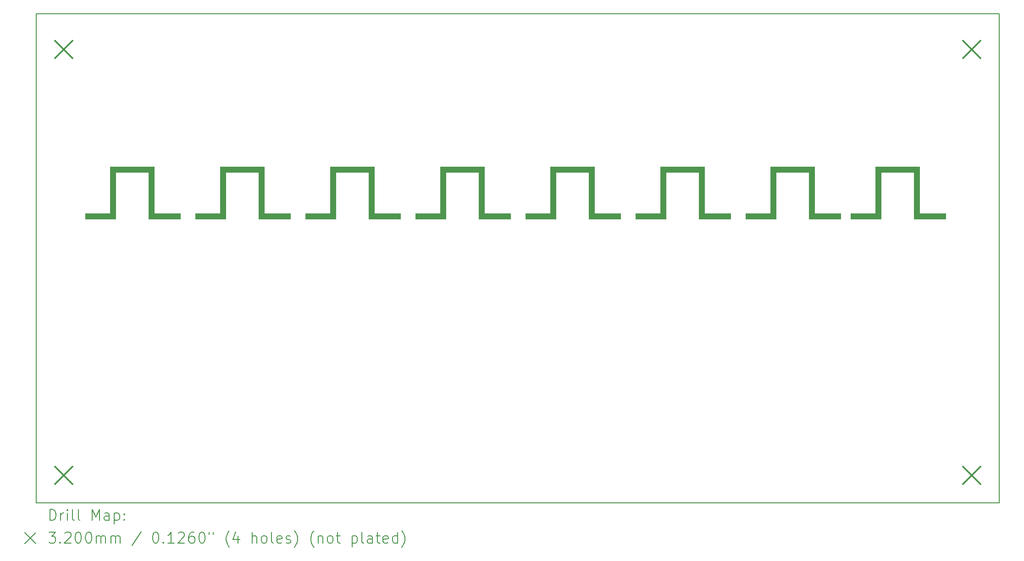
<source format=gbr>
%TF.GenerationSoftware,KiCad,Pcbnew,8.0.5*%
%TF.CreationDate,2024-09-24T14:12:54-04:00*%
%TF.ProjectId,MPD V1,4d504420-5631-42e6-9b69-6361645f7063,rev?*%
%TF.SameCoordinates,Original*%
%TF.FileFunction,Drillmap*%
%TF.FilePolarity,Positive*%
%FSLAX45Y45*%
G04 Gerber Fmt 4.5, Leading zero omitted, Abs format (unit mm)*
G04 Created by KiCad (PCBNEW 8.0.5) date 2024-09-24 14:12:54*
%MOMM*%
%LPD*%
G01*
G04 APERTURE LIST*
%ADD10C,0.200000*%
%ADD11C,0.100000*%
%ADD12C,0.320000*%
G04 APERTURE END LIST*
D10*
X4572000Y-3911600D02*
X22352000Y-3911600D01*
X22352000Y-12954000D01*
X4572000Y-12954000D01*
X4572000Y-3911600D01*
D11*
X12842800Y-7606445D02*
X13325400Y-7606445D01*
X13325400Y-7708045D01*
X12741200Y-7708045D01*
X12741200Y-6844445D01*
X12131600Y-6844445D01*
X12131600Y-7708045D01*
X11572800Y-7708045D01*
X11572800Y-7606445D01*
X12030000Y-7606445D01*
X12030000Y-6742845D01*
X12842800Y-6742845D01*
X12842800Y-7606445D01*
G36*
X12842800Y-7606445D02*
G01*
X13325400Y-7606445D01*
X13325400Y-7708045D01*
X12741200Y-7708045D01*
X12741200Y-6844445D01*
X12131600Y-6844445D01*
X12131600Y-7708045D01*
X11572800Y-7708045D01*
X11572800Y-7606445D01*
X12030000Y-7606445D01*
X12030000Y-6742845D01*
X12842800Y-6742845D01*
X12842800Y-7606445D01*
G37*
X6746800Y-7606445D02*
X7229400Y-7606445D01*
X7229400Y-7708045D01*
X6645200Y-7708045D01*
X6645200Y-6844445D01*
X6035600Y-6844445D01*
X6035600Y-7708045D01*
X5476800Y-7708045D01*
X5476800Y-7606445D01*
X5934000Y-7606445D01*
X5934000Y-6742845D01*
X6746800Y-6742845D01*
X6746800Y-7606445D01*
G36*
X6746800Y-7606445D02*
G01*
X7229400Y-7606445D01*
X7229400Y-7708045D01*
X6645200Y-7708045D01*
X6645200Y-6844445D01*
X6035600Y-6844445D01*
X6035600Y-7708045D01*
X5476800Y-7708045D01*
X5476800Y-7606445D01*
X5934000Y-7606445D01*
X5934000Y-6742845D01*
X6746800Y-6742845D01*
X6746800Y-7606445D01*
G37*
X20878800Y-7606445D02*
X21361400Y-7606445D01*
X21361400Y-7708045D01*
X20777200Y-7708045D01*
X20777200Y-6844445D01*
X20167600Y-6844445D01*
X20167600Y-7708045D01*
X19608800Y-7708045D01*
X19608800Y-7606445D01*
X20066000Y-7606445D01*
X20066000Y-6742845D01*
X20878800Y-6742845D01*
X20878800Y-7606445D01*
G36*
X20878800Y-7606445D02*
G01*
X21361400Y-7606445D01*
X21361400Y-7708045D01*
X20777200Y-7708045D01*
X20777200Y-6844445D01*
X20167600Y-6844445D01*
X20167600Y-7708045D01*
X19608800Y-7708045D01*
X19608800Y-7606445D01*
X20066000Y-7606445D01*
X20066000Y-6742845D01*
X20878800Y-6742845D01*
X20878800Y-7606445D01*
G37*
X16906800Y-7606445D02*
X17389400Y-7606445D01*
X17389400Y-7708045D01*
X16805200Y-7708045D01*
X16805200Y-6844445D01*
X16195600Y-6844445D01*
X16195600Y-7708045D01*
X15636800Y-7708045D01*
X15636800Y-7606445D01*
X16094000Y-7606445D01*
X16094000Y-6742845D01*
X16906800Y-6742845D01*
X16906800Y-7606445D01*
G36*
X16906800Y-7606445D02*
G01*
X17389400Y-7606445D01*
X17389400Y-7708045D01*
X16805200Y-7708045D01*
X16805200Y-6844445D01*
X16195600Y-6844445D01*
X16195600Y-7708045D01*
X15636800Y-7708045D01*
X15636800Y-7606445D01*
X16094000Y-7606445D01*
X16094000Y-6742845D01*
X16906800Y-6742845D01*
X16906800Y-7606445D01*
G37*
X14874800Y-7606445D02*
X15357400Y-7606445D01*
X15357400Y-7708045D01*
X14773200Y-7708045D01*
X14773200Y-6844445D01*
X14163600Y-6844445D01*
X14163600Y-7708045D01*
X13604800Y-7708045D01*
X13604800Y-7606445D01*
X14062000Y-7606445D01*
X14062000Y-6742845D01*
X14874800Y-6742845D01*
X14874800Y-7606445D01*
G36*
X14874800Y-7606445D02*
G01*
X15357400Y-7606445D01*
X15357400Y-7708045D01*
X14773200Y-7708045D01*
X14773200Y-6844445D01*
X14163600Y-6844445D01*
X14163600Y-7708045D01*
X13604800Y-7708045D01*
X13604800Y-7606445D01*
X14062000Y-7606445D01*
X14062000Y-6742845D01*
X14874800Y-6742845D01*
X14874800Y-7606445D01*
G37*
X18938800Y-7606445D02*
X19421400Y-7606445D01*
X19421400Y-7708045D01*
X18837200Y-7708045D01*
X18837200Y-6844445D01*
X18227600Y-6844445D01*
X18227600Y-7708045D01*
X17668800Y-7708045D01*
X17668800Y-7606445D01*
X18126000Y-7606445D01*
X18126000Y-6742845D01*
X18938800Y-6742845D01*
X18938800Y-7606445D01*
G36*
X18938800Y-7606445D02*
G01*
X19421400Y-7606445D01*
X19421400Y-7708045D01*
X18837200Y-7708045D01*
X18837200Y-6844445D01*
X18227600Y-6844445D01*
X18227600Y-7708045D01*
X17668800Y-7708045D01*
X17668800Y-7606445D01*
X18126000Y-7606445D01*
X18126000Y-6742845D01*
X18938800Y-6742845D01*
X18938800Y-7606445D01*
G37*
X8778800Y-7606445D02*
X9261400Y-7606445D01*
X9261400Y-7708045D01*
X8677200Y-7708045D01*
X8677200Y-6844445D01*
X8067600Y-6844445D01*
X8067600Y-7708045D01*
X7508800Y-7708045D01*
X7508800Y-7606445D01*
X7966000Y-7606445D01*
X7966000Y-6742845D01*
X8778800Y-6742845D01*
X8778800Y-7606445D01*
G36*
X8778800Y-7606445D02*
G01*
X9261400Y-7606445D01*
X9261400Y-7708045D01*
X8677200Y-7708045D01*
X8677200Y-6844445D01*
X8067600Y-6844445D01*
X8067600Y-7708045D01*
X7508800Y-7708045D01*
X7508800Y-7606445D01*
X7966000Y-7606445D01*
X7966000Y-6742845D01*
X8778800Y-6742845D01*
X8778800Y-7606445D01*
G37*
X10810800Y-7606445D02*
X11293400Y-7606445D01*
X11293400Y-7708045D01*
X10709200Y-7708045D01*
X10709200Y-6844445D01*
X10099600Y-6844445D01*
X10099600Y-7708045D01*
X9540800Y-7708045D01*
X9540800Y-7606445D01*
X9998000Y-7606445D01*
X9998000Y-6742845D01*
X10810800Y-6742845D01*
X10810800Y-7606445D01*
G36*
X10810800Y-7606445D02*
G01*
X11293400Y-7606445D01*
X11293400Y-7708045D01*
X10709200Y-7708045D01*
X10709200Y-6844445D01*
X10099600Y-6844445D01*
X10099600Y-7708045D01*
X9540800Y-7708045D01*
X9540800Y-7606445D01*
X9998000Y-7606445D01*
X9998000Y-6742845D01*
X10810800Y-6742845D01*
X10810800Y-7606445D01*
G37*
D10*
D12*
X4920000Y-4412000D02*
X5240000Y-4732000D01*
X5240000Y-4412000D02*
X4920000Y-4732000D01*
X4920000Y-12286000D02*
X5240000Y-12606000D01*
X5240000Y-12286000D02*
X4920000Y-12606000D01*
X21684000Y-4412000D02*
X22004000Y-4732000D01*
X22004000Y-4412000D02*
X21684000Y-4732000D01*
X21684000Y-12286000D02*
X22004000Y-12606000D01*
X22004000Y-12286000D02*
X21684000Y-12606000D01*
D10*
X4822777Y-13275484D02*
X4822777Y-13075484D01*
X4822777Y-13075484D02*
X4870396Y-13075484D01*
X4870396Y-13075484D02*
X4898967Y-13085008D01*
X4898967Y-13085008D02*
X4918015Y-13104055D01*
X4918015Y-13104055D02*
X4927539Y-13123103D01*
X4927539Y-13123103D02*
X4937063Y-13161198D01*
X4937063Y-13161198D02*
X4937063Y-13189769D01*
X4937063Y-13189769D02*
X4927539Y-13227865D01*
X4927539Y-13227865D02*
X4918015Y-13246912D01*
X4918015Y-13246912D02*
X4898967Y-13265960D01*
X4898967Y-13265960D02*
X4870396Y-13275484D01*
X4870396Y-13275484D02*
X4822777Y-13275484D01*
X5022777Y-13275484D02*
X5022777Y-13142150D01*
X5022777Y-13180246D02*
X5032301Y-13161198D01*
X5032301Y-13161198D02*
X5041824Y-13151674D01*
X5041824Y-13151674D02*
X5060872Y-13142150D01*
X5060872Y-13142150D02*
X5079920Y-13142150D01*
X5146586Y-13275484D02*
X5146586Y-13142150D01*
X5146586Y-13075484D02*
X5137063Y-13085008D01*
X5137063Y-13085008D02*
X5146586Y-13094531D01*
X5146586Y-13094531D02*
X5156110Y-13085008D01*
X5156110Y-13085008D02*
X5146586Y-13075484D01*
X5146586Y-13075484D02*
X5146586Y-13094531D01*
X5270396Y-13275484D02*
X5251348Y-13265960D01*
X5251348Y-13265960D02*
X5241824Y-13246912D01*
X5241824Y-13246912D02*
X5241824Y-13075484D01*
X5375158Y-13275484D02*
X5356110Y-13265960D01*
X5356110Y-13265960D02*
X5346586Y-13246912D01*
X5346586Y-13246912D02*
X5346586Y-13075484D01*
X5603729Y-13275484D02*
X5603729Y-13075484D01*
X5603729Y-13075484D02*
X5670396Y-13218341D01*
X5670396Y-13218341D02*
X5737062Y-13075484D01*
X5737062Y-13075484D02*
X5737062Y-13275484D01*
X5918015Y-13275484D02*
X5918015Y-13170722D01*
X5918015Y-13170722D02*
X5908491Y-13151674D01*
X5908491Y-13151674D02*
X5889443Y-13142150D01*
X5889443Y-13142150D02*
X5851348Y-13142150D01*
X5851348Y-13142150D02*
X5832301Y-13151674D01*
X5918015Y-13265960D02*
X5898967Y-13275484D01*
X5898967Y-13275484D02*
X5851348Y-13275484D01*
X5851348Y-13275484D02*
X5832301Y-13265960D01*
X5832301Y-13265960D02*
X5822777Y-13246912D01*
X5822777Y-13246912D02*
X5822777Y-13227865D01*
X5822777Y-13227865D02*
X5832301Y-13208817D01*
X5832301Y-13208817D02*
X5851348Y-13199293D01*
X5851348Y-13199293D02*
X5898967Y-13199293D01*
X5898967Y-13199293D02*
X5918015Y-13189769D01*
X6013253Y-13142150D02*
X6013253Y-13342150D01*
X6013253Y-13151674D02*
X6032301Y-13142150D01*
X6032301Y-13142150D02*
X6070396Y-13142150D01*
X6070396Y-13142150D02*
X6089443Y-13151674D01*
X6089443Y-13151674D02*
X6098967Y-13161198D01*
X6098967Y-13161198D02*
X6108491Y-13180246D01*
X6108491Y-13180246D02*
X6108491Y-13237388D01*
X6108491Y-13237388D02*
X6098967Y-13256436D01*
X6098967Y-13256436D02*
X6089443Y-13265960D01*
X6089443Y-13265960D02*
X6070396Y-13275484D01*
X6070396Y-13275484D02*
X6032301Y-13275484D01*
X6032301Y-13275484D02*
X6013253Y-13265960D01*
X6194205Y-13256436D02*
X6203729Y-13265960D01*
X6203729Y-13265960D02*
X6194205Y-13275484D01*
X6194205Y-13275484D02*
X6184682Y-13265960D01*
X6184682Y-13265960D02*
X6194205Y-13256436D01*
X6194205Y-13256436D02*
X6194205Y-13275484D01*
X6194205Y-13151674D02*
X6203729Y-13161198D01*
X6203729Y-13161198D02*
X6194205Y-13170722D01*
X6194205Y-13170722D02*
X6184682Y-13161198D01*
X6184682Y-13161198D02*
X6194205Y-13151674D01*
X6194205Y-13151674D02*
X6194205Y-13170722D01*
X4362000Y-13504000D02*
X4562000Y-13704000D01*
X4562000Y-13504000D02*
X4362000Y-13704000D01*
X4803729Y-13495484D02*
X4927539Y-13495484D01*
X4927539Y-13495484D02*
X4860872Y-13571674D01*
X4860872Y-13571674D02*
X4889444Y-13571674D01*
X4889444Y-13571674D02*
X4908491Y-13581198D01*
X4908491Y-13581198D02*
X4918015Y-13590722D01*
X4918015Y-13590722D02*
X4927539Y-13609769D01*
X4927539Y-13609769D02*
X4927539Y-13657388D01*
X4927539Y-13657388D02*
X4918015Y-13676436D01*
X4918015Y-13676436D02*
X4908491Y-13685960D01*
X4908491Y-13685960D02*
X4889444Y-13695484D01*
X4889444Y-13695484D02*
X4832301Y-13695484D01*
X4832301Y-13695484D02*
X4813253Y-13685960D01*
X4813253Y-13685960D02*
X4803729Y-13676436D01*
X5013253Y-13676436D02*
X5022777Y-13685960D01*
X5022777Y-13685960D02*
X5013253Y-13695484D01*
X5013253Y-13695484D02*
X5003729Y-13685960D01*
X5003729Y-13685960D02*
X5013253Y-13676436D01*
X5013253Y-13676436D02*
X5013253Y-13695484D01*
X5098967Y-13514531D02*
X5108491Y-13505008D01*
X5108491Y-13505008D02*
X5127539Y-13495484D01*
X5127539Y-13495484D02*
X5175158Y-13495484D01*
X5175158Y-13495484D02*
X5194205Y-13505008D01*
X5194205Y-13505008D02*
X5203729Y-13514531D01*
X5203729Y-13514531D02*
X5213253Y-13533579D01*
X5213253Y-13533579D02*
X5213253Y-13552627D01*
X5213253Y-13552627D02*
X5203729Y-13581198D01*
X5203729Y-13581198D02*
X5089444Y-13695484D01*
X5089444Y-13695484D02*
X5213253Y-13695484D01*
X5337063Y-13495484D02*
X5356110Y-13495484D01*
X5356110Y-13495484D02*
X5375158Y-13505008D01*
X5375158Y-13505008D02*
X5384682Y-13514531D01*
X5384682Y-13514531D02*
X5394205Y-13533579D01*
X5394205Y-13533579D02*
X5403729Y-13571674D01*
X5403729Y-13571674D02*
X5403729Y-13619293D01*
X5403729Y-13619293D02*
X5394205Y-13657388D01*
X5394205Y-13657388D02*
X5384682Y-13676436D01*
X5384682Y-13676436D02*
X5375158Y-13685960D01*
X5375158Y-13685960D02*
X5356110Y-13695484D01*
X5356110Y-13695484D02*
X5337063Y-13695484D01*
X5337063Y-13695484D02*
X5318015Y-13685960D01*
X5318015Y-13685960D02*
X5308491Y-13676436D01*
X5308491Y-13676436D02*
X5298967Y-13657388D01*
X5298967Y-13657388D02*
X5289444Y-13619293D01*
X5289444Y-13619293D02*
X5289444Y-13571674D01*
X5289444Y-13571674D02*
X5298967Y-13533579D01*
X5298967Y-13533579D02*
X5308491Y-13514531D01*
X5308491Y-13514531D02*
X5318015Y-13505008D01*
X5318015Y-13505008D02*
X5337063Y-13495484D01*
X5527539Y-13495484D02*
X5546586Y-13495484D01*
X5546586Y-13495484D02*
X5565634Y-13505008D01*
X5565634Y-13505008D02*
X5575158Y-13514531D01*
X5575158Y-13514531D02*
X5584682Y-13533579D01*
X5584682Y-13533579D02*
X5594205Y-13571674D01*
X5594205Y-13571674D02*
X5594205Y-13619293D01*
X5594205Y-13619293D02*
X5584682Y-13657388D01*
X5584682Y-13657388D02*
X5575158Y-13676436D01*
X5575158Y-13676436D02*
X5565634Y-13685960D01*
X5565634Y-13685960D02*
X5546586Y-13695484D01*
X5546586Y-13695484D02*
X5527539Y-13695484D01*
X5527539Y-13695484D02*
X5508491Y-13685960D01*
X5508491Y-13685960D02*
X5498967Y-13676436D01*
X5498967Y-13676436D02*
X5489444Y-13657388D01*
X5489444Y-13657388D02*
X5479920Y-13619293D01*
X5479920Y-13619293D02*
X5479920Y-13571674D01*
X5479920Y-13571674D02*
X5489444Y-13533579D01*
X5489444Y-13533579D02*
X5498967Y-13514531D01*
X5498967Y-13514531D02*
X5508491Y-13505008D01*
X5508491Y-13505008D02*
X5527539Y-13495484D01*
X5679920Y-13695484D02*
X5679920Y-13562150D01*
X5679920Y-13581198D02*
X5689443Y-13571674D01*
X5689443Y-13571674D02*
X5708491Y-13562150D01*
X5708491Y-13562150D02*
X5737063Y-13562150D01*
X5737063Y-13562150D02*
X5756110Y-13571674D01*
X5756110Y-13571674D02*
X5765634Y-13590722D01*
X5765634Y-13590722D02*
X5765634Y-13695484D01*
X5765634Y-13590722D02*
X5775158Y-13571674D01*
X5775158Y-13571674D02*
X5794205Y-13562150D01*
X5794205Y-13562150D02*
X5822777Y-13562150D01*
X5822777Y-13562150D02*
X5841824Y-13571674D01*
X5841824Y-13571674D02*
X5851348Y-13590722D01*
X5851348Y-13590722D02*
X5851348Y-13695484D01*
X5946586Y-13695484D02*
X5946586Y-13562150D01*
X5946586Y-13581198D02*
X5956110Y-13571674D01*
X5956110Y-13571674D02*
X5975158Y-13562150D01*
X5975158Y-13562150D02*
X6003729Y-13562150D01*
X6003729Y-13562150D02*
X6022777Y-13571674D01*
X6022777Y-13571674D02*
X6032301Y-13590722D01*
X6032301Y-13590722D02*
X6032301Y-13695484D01*
X6032301Y-13590722D02*
X6041824Y-13571674D01*
X6041824Y-13571674D02*
X6060872Y-13562150D01*
X6060872Y-13562150D02*
X6089443Y-13562150D01*
X6089443Y-13562150D02*
X6108491Y-13571674D01*
X6108491Y-13571674D02*
X6118015Y-13590722D01*
X6118015Y-13590722D02*
X6118015Y-13695484D01*
X6508491Y-13485960D02*
X6337063Y-13743103D01*
X6765634Y-13495484D02*
X6784682Y-13495484D01*
X6784682Y-13495484D02*
X6803729Y-13505008D01*
X6803729Y-13505008D02*
X6813253Y-13514531D01*
X6813253Y-13514531D02*
X6822777Y-13533579D01*
X6822777Y-13533579D02*
X6832301Y-13571674D01*
X6832301Y-13571674D02*
X6832301Y-13619293D01*
X6832301Y-13619293D02*
X6822777Y-13657388D01*
X6822777Y-13657388D02*
X6813253Y-13676436D01*
X6813253Y-13676436D02*
X6803729Y-13685960D01*
X6803729Y-13685960D02*
X6784682Y-13695484D01*
X6784682Y-13695484D02*
X6765634Y-13695484D01*
X6765634Y-13695484D02*
X6746586Y-13685960D01*
X6746586Y-13685960D02*
X6737063Y-13676436D01*
X6737063Y-13676436D02*
X6727539Y-13657388D01*
X6727539Y-13657388D02*
X6718015Y-13619293D01*
X6718015Y-13619293D02*
X6718015Y-13571674D01*
X6718015Y-13571674D02*
X6727539Y-13533579D01*
X6727539Y-13533579D02*
X6737063Y-13514531D01*
X6737063Y-13514531D02*
X6746586Y-13505008D01*
X6746586Y-13505008D02*
X6765634Y-13495484D01*
X6918015Y-13676436D02*
X6927539Y-13685960D01*
X6927539Y-13685960D02*
X6918015Y-13695484D01*
X6918015Y-13695484D02*
X6908491Y-13685960D01*
X6908491Y-13685960D02*
X6918015Y-13676436D01*
X6918015Y-13676436D02*
X6918015Y-13695484D01*
X7118015Y-13695484D02*
X7003729Y-13695484D01*
X7060872Y-13695484D02*
X7060872Y-13495484D01*
X7060872Y-13495484D02*
X7041825Y-13524055D01*
X7041825Y-13524055D02*
X7022777Y-13543103D01*
X7022777Y-13543103D02*
X7003729Y-13552627D01*
X7194206Y-13514531D02*
X7203729Y-13505008D01*
X7203729Y-13505008D02*
X7222777Y-13495484D01*
X7222777Y-13495484D02*
X7270396Y-13495484D01*
X7270396Y-13495484D02*
X7289444Y-13505008D01*
X7289444Y-13505008D02*
X7298967Y-13514531D01*
X7298967Y-13514531D02*
X7308491Y-13533579D01*
X7308491Y-13533579D02*
X7308491Y-13552627D01*
X7308491Y-13552627D02*
X7298967Y-13581198D01*
X7298967Y-13581198D02*
X7184682Y-13695484D01*
X7184682Y-13695484D02*
X7308491Y-13695484D01*
X7479920Y-13495484D02*
X7441825Y-13495484D01*
X7441825Y-13495484D02*
X7422777Y-13505008D01*
X7422777Y-13505008D02*
X7413253Y-13514531D01*
X7413253Y-13514531D02*
X7394206Y-13543103D01*
X7394206Y-13543103D02*
X7384682Y-13581198D01*
X7384682Y-13581198D02*
X7384682Y-13657388D01*
X7384682Y-13657388D02*
X7394206Y-13676436D01*
X7394206Y-13676436D02*
X7403729Y-13685960D01*
X7403729Y-13685960D02*
X7422777Y-13695484D01*
X7422777Y-13695484D02*
X7460872Y-13695484D01*
X7460872Y-13695484D02*
X7479920Y-13685960D01*
X7479920Y-13685960D02*
X7489444Y-13676436D01*
X7489444Y-13676436D02*
X7498967Y-13657388D01*
X7498967Y-13657388D02*
X7498967Y-13609769D01*
X7498967Y-13609769D02*
X7489444Y-13590722D01*
X7489444Y-13590722D02*
X7479920Y-13581198D01*
X7479920Y-13581198D02*
X7460872Y-13571674D01*
X7460872Y-13571674D02*
X7422777Y-13571674D01*
X7422777Y-13571674D02*
X7403729Y-13581198D01*
X7403729Y-13581198D02*
X7394206Y-13590722D01*
X7394206Y-13590722D02*
X7384682Y-13609769D01*
X7622777Y-13495484D02*
X7641825Y-13495484D01*
X7641825Y-13495484D02*
X7660872Y-13505008D01*
X7660872Y-13505008D02*
X7670396Y-13514531D01*
X7670396Y-13514531D02*
X7679920Y-13533579D01*
X7679920Y-13533579D02*
X7689444Y-13571674D01*
X7689444Y-13571674D02*
X7689444Y-13619293D01*
X7689444Y-13619293D02*
X7679920Y-13657388D01*
X7679920Y-13657388D02*
X7670396Y-13676436D01*
X7670396Y-13676436D02*
X7660872Y-13685960D01*
X7660872Y-13685960D02*
X7641825Y-13695484D01*
X7641825Y-13695484D02*
X7622777Y-13695484D01*
X7622777Y-13695484D02*
X7603729Y-13685960D01*
X7603729Y-13685960D02*
X7594206Y-13676436D01*
X7594206Y-13676436D02*
X7584682Y-13657388D01*
X7584682Y-13657388D02*
X7575158Y-13619293D01*
X7575158Y-13619293D02*
X7575158Y-13571674D01*
X7575158Y-13571674D02*
X7584682Y-13533579D01*
X7584682Y-13533579D02*
X7594206Y-13514531D01*
X7594206Y-13514531D02*
X7603729Y-13505008D01*
X7603729Y-13505008D02*
X7622777Y-13495484D01*
X7765634Y-13495484D02*
X7765634Y-13533579D01*
X7841825Y-13495484D02*
X7841825Y-13533579D01*
X8137063Y-13771674D02*
X8127539Y-13762150D01*
X8127539Y-13762150D02*
X8108491Y-13733579D01*
X8108491Y-13733579D02*
X8098968Y-13714531D01*
X8098968Y-13714531D02*
X8089444Y-13685960D01*
X8089444Y-13685960D02*
X8079920Y-13638341D01*
X8079920Y-13638341D02*
X8079920Y-13600246D01*
X8079920Y-13600246D02*
X8089444Y-13552627D01*
X8089444Y-13552627D02*
X8098968Y-13524055D01*
X8098968Y-13524055D02*
X8108491Y-13505008D01*
X8108491Y-13505008D02*
X8127539Y-13476436D01*
X8127539Y-13476436D02*
X8137063Y-13466912D01*
X8298968Y-13562150D02*
X8298968Y-13695484D01*
X8251348Y-13485960D02*
X8203729Y-13628817D01*
X8203729Y-13628817D02*
X8327539Y-13628817D01*
X8556111Y-13695484D02*
X8556111Y-13495484D01*
X8641825Y-13695484D02*
X8641825Y-13590722D01*
X8641825Y-13590722D02*
X8632301Y-13571674D01*
X8632301Y-13571674D02*
X8613253Y-13562150D01*
X8613253Y-13562150D02*
X8584682Y-13562150D01*
X8584682Y-13562150D02*
X8565634Y-13571674D01*
X8565634Y-13571674D02*
X8556111Y-13581198D01*
X8765634Y-13695484D02*
X8746587Y-13685960D01*
X8746587Y-13685960D02*
X8737063Y-13676436D01*
X8737063Y-13676436D02*
X8727539Y-13657388D01*
X8727539Y-13657388D02*
X8727539Y-13600246D01*
X8727539Y-13600246D02*
X8737063Y-13581198D01*
X8737063Y-13581198D02*
X8746587Y-13571674D01*
X8746587Y-13571674D02*
X8765634Y-13562150D01*
X8765634Y-13562150D02*
X8794206Y-13562150D01*
X8794206Y-13562150D02*
X8813253Y-13571674D01*
X8813253Y-13571674D02*
X8822777Y-13581198D01*
X8822777Y-13581198D02*
X8832301Y-13600246D01*
X8832301Y-13600246D02*
X8832301Y-13657388D01*
X8832301Y-13657388D02*
X8822777Y-13676436D01*
X8822777Y-13676436D02*
X8813253Y-13685960D01*
X8813253Y-13685960D02*
X8794206Y-13695484D01*
X8794206Y-13695484D02*
X8765634Y-13695484D01*
X8946587Y-13695484D02*
X8927539Y-13685960D01*
X8927539Y-13685960D02*
X8918015Y-13666912D01*
X8918015Y-13666912D02*
X8918015Y-13495484D01*
X9098968Y-13685960D02*
X9079920Y-13695484D01*
X9079920Y-13695484D02*
X9041825Y-13695484D01*
X9041825Y-13695484D02*
X9022777Y-13685960D01*
X9022777Y-13685960D02*
X9013253Y-13666912D01*
X9013253Y-13666912D02*
X9013253Y-13590722D01*
X9013253Y-13590722D02*
X9022777Y-13571674D01*
X9022777Y-13571674D02*
X9041825Y-13562150D01*
X9041825Y-13562150D02*
X9079920Y-13562150D01*
X9079920Y-13562150D02*
X9098968Y-13571674D01*
X9098968Y-13571674D02*
X9108492Y-13590722D01*
X9108492Y-13590722D02*
X9108492Y-13609769D01*
X9108492Y-13609769D02*
X9013253Y-13628817D01*
X9184682Y-13685960D02*
X9203730Y-13695484D01*
X9203730Y-13695484D02*
X9241825Y-13695484D01*
X9241825Y-13695484D02*
X9260873Y-13685960D01*
X9260873Y-13685960D02*
X9270396Y-13666912D01*
X9270396Y-13666912D02*
X9270396Y-13657388D01*
X9270396Y-13657388D02*
X9260873Y-13638341D01*
X9260873Y-13638341D02*
X9241825Y-13628817D01*
X9241825Y-13628817D02*
X9213253Y-13628817D01*
X9213253Y-13628817D02*
X9194206Y-13619293D01*
X9194206Y-13619293D02*
X9184682Y-13600246D01*
X9184682Y-13600246D02*
X9184682Y-13590722D01*
X9184682Y-13590722D02*
X9194206Y-13571674D01*
X9194206Y-13571674D02*
X9213253Y-13562150D01*
X9213253Y-13562150D02*
X9241825Y-13562150D01*
X9241825Y-13562150D02*
X9260873Y-13571674D01*
X9337063Y-13771674D02*
X9346587Y-13762150D01*
X9346587Y-13762150D02*
X9365634Y-13733579D01*
X9365634Y-13733579D02*
X9375158Y-13714531D01*
X9375158Y-13714531D02*
X9384682Y-13685960D01*
X9384682Y-13685960D02*
X9394206Y-13638341D01*
X9394206Y-13638341D02*
X9394206Y-13600246D01*
X9394206Y-13600246D02*
X9384682Y-13552627D01*
X9384682Y-13552627D02*
X9375158Y-13524055D01*
X9375158Y-13524055D02*
X9365634Y-13505008D01*
X9365634Y-13505008D02*
X9346587Y-13476436D01*
X9346587Y-13476436D02*
X9337063Y-13466912D01*
X9698968Y-13771674D02*
X9689444Y-13762150D01*
X9689444Y-13762150D02*
X9670396Y-13733579D01*
X9670396Y-13733579D02*
X9660873Y-13714531D01*
X9660873Y-13714531D02*
X9651349Y-13685960D01*
X9651349Y-13685960D02*
X9641825Y-13638341D01*
X9641825Y-13638341D02*
X9641825Y-13600246D01*
X9641825Y-13600246D02*
X9651349Y-13552627D01*
X9651349Y-13552627D02*
X9660873Y-13524055D01*
X9660873Y-13524055D02*
X9670396Y-13505008D01*
X9670396Y-13505008D02*
X9689444Y-13476436D01*
X9689444Y-13476436D02*
X9698968Y-13466912D01*
X9775158Y-13562150D02*
X9775158Y-13695484D01*
X9775158Y-13581198D02*
X9784682Y-13571674D01*
X9784682Y-13571674D02*
X9803730Y-13562150D01*
X9803730Y-13562150D02*
X9832301Y-13562150D01*
X9832301Y-13562150D02*
X9851349Y-13571674D01*
X9851349Y-13571674D02*
X9860873Y-13590722D01*
X9860873Y-13590722D02*
X9860873Y-13695484D01*
X9984682Y-13695484D02*
X9965634Y-13685960D01*
X9965634Y-13685960D02*
X9956111Y-13676436D01*
X9956111Y-13676436D02*
X9946587Y-13657388D01*
X9946587Y-13657388D02*
X9946587Y-13600246D01*
X9946587Y-13600246D02*
X9956111Y-13581198D01*
X9956111Y-13581198D02*
X9965634Y-13571674D01*
X9965634Y-13571674D02*
X9984682Y-13562150D01*
X9984682Y-13562150D02*
X10013254Y-13562150D01*
X10013254Y-13562150D02*
X10032301Y-13571674D01*
X10032301Y-13571674D02*
X10041825Y-13581198D01*
X10041825Y-13581198D02*
X10051349Y-13600246D01*
X10051349Y-13600246D02*
X10051349Y-13657388D01*
X10051349Y-13657388D02*
X10041825Y-13676436D01*
X10041825Y-13676436D02*
X10032301Y-13685960D01*
X10032301Y-13685960D02*
X10013254Y-13695484D01*
X10013254Y-13695484D02*
X9984682Y-13695484D01*
X10108492Y-13562150D02*
X10184682Y-13562150D01*
X10137063Y-13495484D02*
X10137063Y-13666912D01*
X10137063Y-13666912D02*
X10146587Y-13685960D01*
X10146587Y-13685960D02*
X10165634Y-13695484D01*
X10165634Y-13695484D02*
X10184682Y-13695484D01*
X10403730Y-13562150D02*
X10403730Y-13762150D01*
X10403730Y-13571674D02*
X10422777Y-13562150D01*
X10422777Y-13562150D02*
X10460873Y-13562150D01*
X10460873Y-13562150D02*
X10479920Y-13571674D01*
X10479920Y-13571674D02*
X10489444Y-13581198D01*
X10489444Y-13581198D02*
X10498968Y-13600246D01*
X10498968Y-13600246D02*
X10498968Y-13657388D01*
X10498968Y-13657388D02*
X10489444Y-13676436D01*
X10489444Y-13676436D02*
X10479920Y-13685960D01*
X10479920Y-13685960D02*
X10460873Y-13695484D01*
X10460873Y-13695484D02*
X10422777Y-13695484D01*
X10422777Y-13695484D02*
X10403730Y-13685960D01*
X10613254Y-13695484D02*
X10594206Y-13685960D01*
X10594206Y-13685960D02*
X10584682Y-13666912D01*
X10584682Y-13666912D02*
X10584682Y-13495484D01*
X10775158Y-13695484D02*
X10775158Y-13590722D01*
X10775158Y-13590722D02*
X10765635Y-13571674D01*
X10765635Y-13571674D02*
X10746587Y-13562150D01*
X10746587Y-13562150D02*
X10708492Y-13562150D01*
X10708492Y-13562150D02*
X10689444Y-13571674D01*
X10775158Y-13685960D02*
X10756111Y-13695484D01*
X10756111Y-13695484D02*
X10708492Y-13695484D01*
X10708492Y-13695484D02*
X10689444Y-13685960D01*
X10689444Y-13685960D02*
X10679920Y-13666912D01*
X10679920Y-13666912D02*
X10679920Y-13647865D01*
X10679920Y-13647865D02*
X10689444Y-13628817D01*
X10689444Y-13628817D02*
X10708492Y-13619293D01*
X10708492Y-13619293D02*
X10756111Y-13619293D01*
X10756111Y-13619293D02*
X10775158Y-13609769D01*
X10841825Y-13562150D02*
X10918015Y-13562150D01*
X10870396Y-13495484D02*
X10870396Y-13666912D01*
X10870396Y-13666912D02*
X10879920Y-13685960D01*
X10879920Y-13685960D02*
X10898968Y-13695484D01*
X10898968Y-13695484D02*
X10918015Y-13695484D01*
X11060873Y-13685960D02*
X11041825Y-13695484D01*
X11041825Y-13695484D02*
X11003730Y-13695484D01*
X11003730Y-13695484D02*
X10984682Y-13685960D01*
X10984682Y-13685960D02*
X10975158Y-13666912D01*
X10975158Y-13666912D02*
X10975158Y-13590722D01*
X10975158Y-13590722D02*
X10984682Y-13571674D01*
X10984682Y-13571674D02*
X11003730Y-13562150D01*
X11003730Y-13562150D02*
X11041825Y-13562150D01*
X11041825Y-13562150D02*
X11060873Y-13571674D01*
X11060873Y-13571674D02*
X11070396Y-13590722D01*
X11070396Y-13590722D02*
X11070396Y-13609769D01*
X11070396Y-13609769D02*
X10975158Y-13628817D01*
X11241825Y-13695484D02*
X11241825Y-13495484D01*
X11241825Y-13685960D02*
X11222777Y-13695484D01*
X11222777Y-13695484D02*
X11184682Y-13695484D01*
X11184682Y-13695484D02*
X11165635Y-13685960D01*
X11165635Y-13685960D02*
X11156111Y-13676436D01*
X11156111Y-13676436D02*
X11146587Y-13657388D01*
X11146587Y-13657388D02*
X11146587Y-13600246D01*
X11146587Y-13600246D02*
X11156111Y-13581198D01*
X11156111Y-13581198D02*
X11165635Y-13571674D01*
X11165635Y-13571674D02*
X11184682Y-13562150D01*
X11184682Y-13562150D02*
X11222777Y-13562150D01*
X11222777Y-13562150D02*
X11241825Y-13571674D01*
X11318015Y-13771674D02*
X11327539Y-13762150D01*
X11327539Y-13762150D02*
X11346587Y-13733579D01*
X11346587Y-13733579D02*
X11356111Y-13714531D01*
X11356111Y-13714531D02*
X11365634Y-13685960D01*
X11365634Y-13685960D02*
X11375158Y-13638341D01*
X11375158Y-13638341D02*
X11375158Y-13600246D01*
X11375158Y-13600246D02*
X11365634Y-13552627D01*
X11365634Y-13552627D02*
X11356111Y-13524055D01*
X11356111Y-13524055D02*
X11346587Y-13505008D01*
X11346587Y-13505008D02*
X11327539Y-13476436D01*
X11327539Y-13476436D02*
X11318015Y-13466912D01*
M02*

</source>
